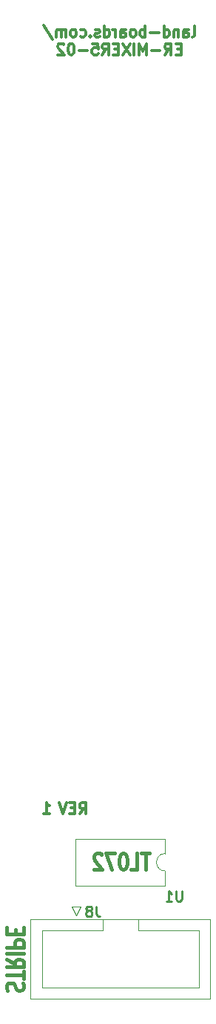
<source format=gbo>
%TF.GenerationSoftware,KiCad,Pcbnew,(7.0.0)*%
%TF.CreationDate,2023-02-22T07:55:50-05:00*%
%TF.ProjectId,ER-MIXER5-02,45522d4d-4958-4455-9235-2d30322e6b69,1*%
%TF.SameCoordinates,Original*%
%TF.FileFunction,Legend,Bot*%
%TF.FilePolarity,Positive*%
%FSLAX46Y46*%
G04 Gerber Fmt 4.6, Leading zero omitted, Abs format (unit mm)*
G04 Created by KiCad (PCBNEW (7.0.0)) date 2023-02-22 07:55:50*
%MOMM*%
%LPD*%
G01*
G04 APERTURE LIST*
%ADD10C,0.312500*%
%ADD11C,0.381000*%
%ADD12C,0.254000*%
%ADD13C,0.120000*%
G04 APERTURE END LIST*
D10*
X10434523Y-98959226D02*
X10851189Y-98363988D01*
X11148808Y-98959226D02*
X11148808Y-97709226D01*
X11148808Y-97709226D02*
X10672618Y-97709226D01*
X10672618Y-97709226D02*
X10553570Y-97768750D01*
X10553570Y-97768750D02*
X10494047Y-97828273D01*
X10494047Y-97828273D02*
X10434523Y-97947321D01*
X10434523Y-97947321D02*
X10434523Y-98125892D01*
X10434523Y-98125892D02*
X10494047Y-98244940D01*
X10494047Y-98244940D02*
X10553570Y-98304464D01*
X10553570Y-98304464D02*
X10672618Y-98363988D01*
X10672618Y-98363988D02*
X11148808Y-98363988D01*
X9898808Y-98304464D02*
X9482142Y-98304464D01*
X9303570Y-98959226D02*
X9898808Y-98959226D01*
X9898808Y-98959226D02*
X9898808Y-97709226D01*
X9898808Y-97709226D02*
X9303570Y-97709226D01*
X8946428Y-97709226D02*
X8529761Y-98959226D01*
X8529761Y-98959226D02*
X8113095Y-97709226D01*
X6291666Y-98959226D02*
X7005951Y-98959226D01*
X6648808Y-98959226D02*
X6648808Y-97709226D01*
X6648808Y-97709226D02*
X6767856Y-97887797D01*
X6767856Y-97887797D02*
X6886904Y-98006845D01*
X6886904Y-98006845D02*
X7005951Y-98066369D01*
D11*
X2184853Y-119089714D02*
X2094139Y-118872000D01*
X2094139Y-118872000D02*
X2094139Y-118509142D01*
X2094139Y-118509142D02*
X2184853Y-118364000D01*
X2184853Y-118364000D02*
X2275567Y-118291428D01*
X2275567Y-118291428D02*
X2456996Y-118218857D01*
X2456996Y-118218857D02*
X2638425Y-118218857D01*
X2638425Y-118218857D02*
X2819853Y-118291428D01*
X2819853Y-118291428D02*
X2910567Y-118364000D01*
X2910567Y-118364000D02*
X3001282Y-118509142D01*
X3001282Y-118509142D02*
X3091996Y-118799428D01*
X3091996Y-118799428D02*
X3182710Y-118944571D01*
X3182710Y-118944571D02*
X3273425Y-119017142D01*
X3273425Y-119017142D02*
X3454853Y-119089714D01*
X3454853Y-119089714D02*
X3636282Y-119089714D01*
X3636282Y-119089714D02*
X3817710Y-119017142D01*
X3817710Y-119017142D02*
X3908425Y-118944571D01*
X3908425Y-118944571D02*
X3999139Y-118799428D01*
X3999139Y-118799428D02*
X3999139Y-118436571D01*
X3999139Y-118436571D02*
X3908425Y-118218857D01*
X3999139Y-117783428D02*
X3999139Y-116912571D01*
X2094139Y-117347999D02*
X3999139Y-117347999D01*
X2094139Y-115533713D02*
X3001282Y-116041713D01*
X2094139Y-116404570D02*
X3999139Y-116404570D01*
X3999139Y-116404570D02*
X3999139Y-115823999D01*
X3999139Y-115823999D02*
X3908425Y-115678856D01*
X3908425Y-115678856D02*
X3817710Y-115606285D01*
X3817710Y-115606285D02*
X3636282Y-115533713D01*
X3636282Y-115533713D02*
X3364139Y-115533713D01*
X3364139Y-115533713D02*
X3182710Y-115606285D01*
X3182710Y-115606285D02*
X3091996Y-115678856D01*
X3091996Y-115678856D02*
X3001282Y-115823999D01*
X3001282Y-115823999D02*
X3001282Y-116404570D01*
X2094139Y-114880570D02*
X3999139Y-114880570D01*
X2094139Y-114154856D02*
X3999139Y-114154856D01*
X3999139Y-114154856D02*
X3999139Y-113574285D01*
X3999139Y-113574285D02*
X3908425Y-113429142D01*
X3908425Y-113429142D02*
X3817710Y-113356571D01*
X3817710Y-113356571D02*
X3636282Y-113283999D01*
X3636282Y-113283999D02*
X3364139Y-113283999D01*
X3364139Y-113283999D02*
X3182710Y-113356571D01*
X3182710Y-113356571D02*
X3091996Y-113429142D01*
X3091996Y-113429142D02*
X3001282Y-113574285D01*
X3001282Y-113574285D02*
X3001282Y-114154856D01*
X3091996Y-112630856D02*
X3091996Y-112122856D01*
X2094139Y-111905142D02*
X2094139Y-112630856D01*
X2094139Y-112630856D02*
X3999139Y-112630856D01*
X3999139Y-112630856D02*
X3999139Y-111905142D01*
X18396857Y-103442860D02*
X17526000Y-103442860D01*
X17961428Y-105347860D02*
X17961428Y-103442860D01*
X16292285Y-105347860D02*
X17017999Y-105347860D01*
X17017999Y-105347860D02*
X17017999Y-103442860D01*
X15494000Y-103442860D02*
X15348857Y-103442860D01*
X15348857Y-103442860D02*
X15203714Y-103533575D01*
X15203714Y-103533575D02*
X15131143Y-103624289D01*
X15131143Y-103624289D02*
X15058571Y-103805717D01*
X15058571Y-103805717D02*
X14986000Y-104168575D01*
X14986000Y-104168575D02*
X14986000Y-104622146D01*
X14986000Y-104622146D02*
X15058571Y-104985003D01*
X15058571Y-104985003D02*
X15131143Y-105166432D01*
X15131143Y-105166432D02*
X15203714Y-105257146D01*
X15203714Y-105257146D02*
X15348857Y-105347860D01*
X15348857Y-105347860D02*
X15494000Y-105347860D01*
X15494000Y-105347860D02*
X15639143Y-105257146D01*
X15639143Y-105257146D02*
X15711714Y-105166432D01*
X15711714Y-105166432D02*
X15784285Y-104985003D01*
X15784285Y-104985003D02*
X15856857Y-104622146D01*
X15856857Y-104622146D02*
X15856857Y-104168575D01*
X15856857Y-104168575D02*
X15784285Y-103805717D01*
X15784285Y-103805717D02*
X15711714Y-103624289D01*
X15711714Y-103624289D02*
X15639143Y-103533575D01*
X15639143Y-103533575D02*
X15494000Y-103442860D01*
X14477999Y-103442860D02*
X13461999Y-103442860D01*
X13461999Y-103442860D02*
X14115142Y-105347860D01*
X12953999Y-103624289D02*
X12881427Y-103533575D01*
X12881427Y-103533575D02*
X12736285Y-103442860D01*
X12736285Y-103442860D02*
X12373427Y-103442860D01*
X12373427Y-103442860D02*
X12228285Y-103533575D01*
X12228285Y-103533575D02*
X12155713Y-103624289D01*
X12155713Y-103624289D02*
X12083142Y-103805717D01*
X12083142Y-103805717D02*
X12083142Y-103987146D01*
X12083142Y-103987146D02*
X12155713Y-104259289D01*
X12155713Y-104259289D02*
X13026570Y-105347860D01*
X13026570Y-105347860D02*
X12083142Y-105347860D01*
D10*
X23363094Y-10446726D02*
X23482142Y-10387202D01*
X23482142Y-10387202D02*
X23541665Y-10268154D01*
X23541665Y-10268154D02*
X23541665Y-9196726D01*
X22351189Y-10446726D02*
X22351189Y-9791964D01*
X22351189Y-9791964D02*
X22410713Y-9672916D01*
X22410713Y-9672916D02*
X22529761Y-9613392D01*
X22529761Y-9613392D02*
X22767856Y-9613392D01*
X22767856Y-9613392D02*
X22886903Y-9672916D01*
X22351189Y-10387202D02*
X22470237Y-10446726D01*
X22470237Y-10446726D02*
X22767856Y-10446726D01*
X22767856Y-10446726D02*
X22886903Y-10387202D01*
X22886903Y-10387202D02*
X22946427Y-10268154D01*
X22946427Y-10268154D02*
X22946427Y-10149107D01*
X22946427Y-10149107D02*
X22886903Y-10030059D01*
X22886903Y-10030059D02*
X22767856Y-9970535D01*
X22767856Y-9970535D02*
X22470237Y-9970535D01*
X22470237Y-9970535D02*
X22351189Y-9911011D01*
X21755951Y-9613392D02*
X21755951Y-10446726D01*
X21755951Y-9732440D02*
X21696428Y-9672916D01*
X21696428Y-9672916D02*
X21577380Y-9613392D01*
X21577380Y-9613392D02*
X21398809Y-9613392D01*
X21398809Y-9613392D02*
X21279761Y-9672916D01*
X21279761Y-9672916D02*
X21220237Y-9791964D01*
X21220237Y-9791964D02*
X21220237Y-10446726D01*
X20089285Y-10446726D02*
X20089285Y-9196726D01*
X20089285Y-10387202D02*
X20208333Y-10446726D01*
X20208333Y-10446726D02*
X20446428Y-10446726D01*
X20446428Y-10446726D02*
X20565476Y-10387202D01*
X20565476Y-10387202D02*
X20624999Y-10327678D01*
X20624999Y-10327678D02*
X20684523Y-10208630D01*
X20684523Y-10208630D02*
X20684523Y-9851488D01*
X20684523Y-9851488D02*
X20624999Y-9732440D01*
X20624999Y-9732440D02*
X20565476Y-9672916D01*
X20565476Y-9672916D02*
X20446428Y-9613392D01*
X20446428Y-9613392D02*
X20208333Y-9613392D01*
X20208333Y-9613392D02*
X20089285Y-9672916D01*
X19494047Y-9970535D02*
X18541667Y-9970535D01*
X17946428Y-10446726D02*
X17946428Y-9196726D01*
X17946428Y-9672916D02*
X17827381Y-9613392D01*
X17827381Y-9613392D02*
X17589286Y-9613392D01*
X17589286Y-9613392D02*
X17470238Y-9672916D01*
X17470238Y-9672916D02*
X17410714Y-9732440D01*
X17410714Y-9732440D02*
X17351190Y-9851488D01*
X17351190Y-9851488D02*
X17351190Y-10208630D01*
X17351190Y-10208630D02*
X17410714Y-10327678D01*
X17410714Y-10327678D02*
X17470238Y-10387202D01*
X17470238Y-10387202D02*
X17589286Y-10446726D01*
X17589286Y-10446726D02*
X17827381Y-10446726D01*
X17827381Y-10446726D02*
X17946428Y-10387202D01*
X16636905Y-10446726D02*
X16755953Y-10387202D01*
X16755953Y-10387202D02*
X16815476Y-10327678D01*
X16815476Y-10327678D02*
X16875000Y-10208630D01*
X16875000Y-10208630D02*
X16875000Y-9851488D01*
X16875000Y-9851488D02*
X16815476Y-9732440D01*
X16815476Y-9732440D02*
X16755953Y-9672916D01*
X16755953Y-9672916D02*
X16636905Y-9613392D01*
X16636905Y-9613392D02*
X16458334Y-9613392D01*
X16458334Y-9613392D02*
X16339286Y-9672916D01*
X16339286Y-9672916D02*
X16279762Y-9732440D01*
X16279762Y-9732440D02*
X16220238Y-9851488D01*
X16220238Y-9851488D02*
X16220238Y-10208630D01*
X16220238Y-10208630D02*
X16279762Y-10327678D01*
X16279762Y-10327678D02*
X16339286Y-10387202D01*
X16339286Y-10387202D02*
X16458334Y-10446726D01*
X16458334Y-10446726D02*
X16636905Y-10446726D01*
X15148810Y-10446726D02*
X15148810Y-9791964D01*
X15148810Y-9791964D02*
X15208334Y-9672916D01*
X15208334Y-9672916D02*
X15327382Y-9613392D01*
X15327382Y-9613392D02*
X15565477Y-9613392D01*
X15565477Y-9613392D02*
X15684524Y-9672916D01*
X15148810Y-10387202D02*
X15267858Y-10446726D01*
X15267858Y-10446726D02*
X15565477Y-10446726D01*
X15565477Y-10446726D02*
X15684524Y-10387202D01*
X15684524Y-10387202D02*
X15744048Y-10268154D01*
X15744048Y-10268154D02*
X15744048Y-10149107D01*
X15744048Y-10149107D02*
X15684524Y-10030059D01*
X15684524Y-10030059D02*
X15565477Y-9970535D01*
X15565477Y-9970535D02*
X15267858Y-9970535D01*
X15267858Y-9970535D02*
X15148810Y-9911011D01*
X14553572Y-10446726D02*
X14553572Y-9613392D01*
X14553572Y-9851488D02*
X14494049Y-9732440D01*
X14494049Y-9732440D02*
X14434525Y-9672916D01*
X14434525Y-9672916D02*
X14315477Y-9613392D01*
X14315477Y-9613392D02*
X14196430Y-9613392D01*
X13244048Y-10446726D02*
X13244048Y-9196726D01*
X13244048Y-10387202D02*
X13363096Y-10446726D01*
X13363096Y-10446726D02*
X13601191Y-10446726D01*
X13601191Y-10446726D02*
X13720239Y-10387202D01*
X13720239Y-10387202D02*
X13779762Y-10327678D01*
X13779762Y-10327678D02*
X13839286Y-10208630D01*
X13839286Y-10208630D02*
X13839286Y-9851488D01*
X13839286Y-9851488D02*
X13779762Y-9732440D01*
X13779762Y-9732440D02*
X13720239Y-9672916D01*
X13720239Y-9672916D02*
X13601191Y-9613392D01*
X13601191Y-9613392D02*
X13363096Y-9613392D01*
X13363096Y-9613392D02*
X13244048Y-9672916D01*
X12708334Y-10387202D02*
X12589287Y-10446726D01*
X12589287Y-10446726D02*
X12351191Y-10446726D01*
X12351191Y-10446726D02*
X12232144Y-10387202D01*
X12232144Y-10387202D02*
X12172620Y-10268154D01*
X12172620Y-10268154D02*
X12172620Y-10208630D01*
X12172620Y-10208630D02*
X12232144Y-10089583D01*
X12232144Y-10089583D02*
X12351191Y-10030059D01*
X12351191Y-10030059D02*
X12529763Y-10030059D01*
X12529763Y-10030059D02*
X12648810Y-9970535D01*
X12648810Y-9970535D02*
X12708334Y-9851488D01*
X12708334Y-9851488D02*
X12708334Y-9791964D01*
X12708334Y-9791964D02*
X12648810Y-9672916D01*
X12648810Y-9672916D02*
X12529763Y-9613392D01*
X12529763Y-9613392D02*
X12351191Y-9613392D01*
X12351191Y-9613392D02*
X12232144Y-9672916D01*
X11636905Y-10327678D02*
X11577382Y-10387202D01*
X11577382Y-10387202D02*
X11636905Y-10446726D01*
X11636905Y-10446726D02*
X11696429Y-10387202D01*
X11696429Y-10387202D02*
X11636905Y-10327678D01*
X11636905Y-10327678D02*
X11636905Y-10446726D01*
X10505953Y-10387202D02*
X10625001Y-10446726D01*
X10625001Y-10446726D02*
X10863096Y-10446726D01*
X10863096Y-10446726D02*
X10982144Y-10387202D01*
X10982144Y-10387202D02*
X11041667Y-10327678D01*
X11041667Y-10327678D02*
X11101191Y-10208630D01*
X11101191Y-10208630D02*
X11101191Y-9851488D01*
X11101191Y-9851488D02*
X11041667Y-9732440D01*
X11041667Y-9732440D02*
X10982144Y-9672916D01*
X10982144Y-9672916D02*
X10863096Y-9613392D01*
X10863096Y-9613392D02*
X10625001Y-9613392D01*
X10625001Y-9613392D02*
X10505953Y-9672916D01*
X9791667Y-10446726D02*
X9910715Y-10387202D01*
X9910715Y-10387202D02*
X9970238Y-10327678D01*
X9970238Y-10327678D02*
X10029762Y-10208630D01*
X10029762Y-10208630D02*
X10029762Y-9851488D01*
X10029762Y-9851488D02*
X9970238Y-9732440D01*
X9970238Y-9732440D02*
X9910715Y-9672916D01*
X9910715Y-9672916D02*
X9791667Y-9613392D01*
X9791667Y-9613392D02*
X9613096Y-9613392D01*
X9613096Y-9613392D02*
X9494048Y-9672916D01*
X9494048Y-9672916D02*
X9434524Y-9732440D01*
X9434524Y-9732440D02*
X9375000Y-9851488D01*
X9375000Y-9851488D02*
X9375000Y-10208630D01*
X9375000Y-10208630D02*
X9434524Y-10327678D01*
X9434524Y-10327678D02*
X9494048Y-10387202D01*
X9494048Y-10387202D02*
X9613096Y-10446726D01*
X9613096Y-10446726D02*
X9791667Y-10446726D01*
X8839286Y-10446726D02*
X8839286Y-9613392D01*
X8839286Y-9732440D02*
X8779763Y-9672916D01*
X8779763Y-9672916D02*
X8660715Y-9613392D01*
X8660715Y-9613392D02*
X8482144Y-9613392D01*
X8482144Y-9613392D02*
X8363096Y-9672916D01*
X8363096Y-9672916D02*
X8303572Y-9791964D01*
X8303572Y-9791964D02*
X8303572Y-10446726D01*
X8303572Y-9791964D02*
X8244048Y-9672916D01*
X8244048Y-9672916D02*
X8125001Y-9613392D01*
X8125001Y-9613392D02*
X7946429Y-9613392D01*
X7946429Y-9613392D02*
X7827382Y-9672916D01*
X7827382Y-9672916D02*
X7767858Y-9791964D01*
X7767858Y-9791964D02*
X7767858Y-10446726D01*
X6279762Y-9137202D02*
X7351191Y-10744345D01*
X22023807Y-11816964D02*
X21607141Y-11816964D01*
X21428569Y-12471726D02*
X22023807Y-12471726D01*
X22023807Y-12471726D02*
X22023807Y-11221726D01*
X22023807Y-11221726D02*
X21428569Y-11221726D01*
X20178570Y-12471726D02*
X20595236Y-11876488D01*
X20892855Y-12471726D02*
X20892855Y-11221726D01*
X20892855Y-11221726D02*
X20416665Y-11221726D01*
X20416665Y-11221726D02*
X20297617Y-11281250D01*
X20297617Y-11281250D02*
X20238094Y-11340773D01*
X20238094Y-11340773D02*
X20178570Y-11459821D01*
X20178570Y-11459821D02*
X20178570Y-11638392D01*
X20178570Y-11638392D02*
X20238094Y-11757440D01*
X20238094Y-11757440D02*
X20297617Y-11816964D01*
X20297617Y-11816964D02*
X20416665Y-11876488D01*
X20416665Y-11876488D02*
X20892855Y-11876488D01*
X19642855Y-11995535D02*
X18690475Y-11995535D01*
X18095236Y-12471726D02*
X18095236Y-11221726D01*
X18095236Y-11221726D02*
X17678570Y-12114583D01*
X17678570Y-12114583D02*
X17261903Y-11221726D01*
X17261903Y-11221726D02*
X17261903Y-12471726D01*
X16666665Y-12471726D02*
X16666665Y-11221726D01*
X16190475Y-11221726D02*
X15357142Y-12471726D01*
X15357142Y-11221726D02*
X16190475Y-12471726D01*
X14880951Y-11816964D02*
X14464285Y-11816964D01*
X14285713Y-12471726D02*
X14880951Y-12471726D01*
X14880951Y-12471726D02*
X14880951Y-11221726D01*
X14880951Y-11221726D02*
X14285713Y-11221726D01*
X13035714Y-12471726D02*
X13452380Y-11876488D01*
X13749999Y-12471726D02*
X13749999Y-11221726D01*
X13749999Y-11221726D02*
X13273809Y-11221726D01*
X13273809Y-11221726D02*
X13154761Y-11281250D01*
X13154761Y-11281250D02*
X13095238Y-11340773D01*
X13095238Y-11340773D02*
X13035714Y-11459821D01*
X13035714Y-11459821D02*
X13035714Y-11638392D01*
X13035714Y-11638392D02*
X13095238Y-11757440D01*
X13095238Y-11757440D02*
X13154761Y-11816964D01*
X13154761Y-11816964D02*
X13273809Y-11876488D01*
X13273809Y-11876488D02*
X13749999Y-11876488D01*
X11904761Y-11221726D02*
X12499999Y-11221726D01*
X12499999Y-11221726D02*
X12559523Y-11816964D01*
X12559523Y-11816964D02*
X12499999Y-11757440D01*
X12499999Y-11757440D02*
X12380952Y-11697916D01*
X12380952Y-11697916D02*
X12083333Y-11697916D01*
X12083333Y-11697916D02*
X11964285Y-11757440D01*
X11964285Y-11757440D02*
X11904761Y-11816964D01*
X11904761Y-11816964D02*
X11845238Y-11936011D01*
X11845238Y-11936011D02*
X11845238Y-12233630D01*
X11845238Y-12233630D02*
X11904761Y-12352678D01*
X11904761Y-12352678D02*
X11964285Y-12412202D01*
X11964285Y-12412202D02*
X12083333Y-12471726D01*
X12083333Y-12471726D02*
X12380952Y-12471726D01*
X12380952Y-12471726D02*
X12499999Y-12412202D01*
X12499999Y-12412202D02*
X12559523Y-12352678D01*
X11309523Y-11995535D02*
X10357143Y-11995535D01*
X9523809Y-11221726D02*
X9404762Y-11221726D01*
X9404762Y-11221726D02*
X9285714Y-11281250D01*
X9285714Y-11281250D02*
X9226190Y-11340773D01*
X9226190Y-11340773D02*
X9166666Y-11459821D01*
X9166666Y-11459821D02*
X9107143Y-11697916D01*
X9107143Y-11697916D02*
X9107143Y-11995535D01*
X9107143Y-11995535D02*
X9166666Y-12233630D01*
X9166666Y-12233630D02*
X9226190Y-12352678D01*
X9226190Y-12352678D02*
X9285714Y-12412202D01*
X9285714Y-12412202D02*
X9404762Y-12471726D01*
X9404762Y-12471726D02*
X9523809Y-12471726D01*
X9523809Y-12471726D02*
X9642857Y-12412202D01*
X9642857Y-12412202D02*
X9702381Y-12352678D01*
X9702381Y-12352678D02*
X9761904Y-12233630D01*
X9761904Y-12233630D02*
X9821428Y-11995535D01*
X9821428Y-11995535D02*
X9821428Y-11697916D01*
X9821428Y-11697916D02*
X9761904Y-11459821D01*
X9761904Y-11459821D02*
X9702381Y-11340773D01*
X9702381Y-11340773D02*
X9642857Y-11281250D01*
X9642857Y-11281250D02*
X9523809Y-11221726D01*
X8630952Y-11340773D02*
X8571428Y-11281250D01*
X8571428Y-11281250D02*
X8452381Y-11221726D01*
X8452381Y-11221726D02*
X8154762Y-11221726D01*
X8154762Y-11221726D02*
X8035714Y-11281250D01*
X8035714Y-11281250D02*
X7976190Y-11340773D01*
X7976190Y-11340773D02*
X7916667Y-11459821D01*
X7916667Y-11459821D02*
X7916667Y-11578869D01*
X7916667Y-11578869D02*
X7976190Y-11757440D01*
X7976190Y-11757440D02*
X8690476Y-12471726D01*
X8690476Y-12471726D02*
X7916667Y-12471726D01*
D12*
%TO.C,J8*%
X12318999Y-109512916D02*
X12318999Y-110329345D01*
X12318999Y-110329345D02*
X12373428Y-110492630D01*
X12373428Y-110492630D02*
X12482285Y-110601487D01*
X12482285Y-110601487D02*
X12645571Y-110655916D01*
X12645571Y-110655916D02*
X12754428Y-110655916D01*
X11611428Y-110002773D02*
X11720285Y-109948345D01*
X11720285Y-109948345D02*
X11774714Y-109893916D01*
X11774714Y-109893916D02*
X11829142Y-109785059D01*
X11829142Y-109785059D02*
X11829142Y-109730630D01*
X11829142Y-109730630D02*
X11774714Y-109621773D01*
X11774714Y-109621773D02*
X11720285Y-109567345D01*
X11720285Y-109567345D02*
X11611428Y-109512916D01*
X11611428Y-109512916D02*
X11393714Y-109512916D01*
X11393714Y-109512916D02*
X11284857Y-109567345D01*
X11284857Y-109567345D02*
X11230428Y-109621773D01*
X11230428Y-109621773D02*
X11175999Y-109730630D01*
X11175999Y-109730630D02*
X11175999Y-109785059D01*
X11175999Y-109785059D02*
X11230428Y-109893916D01*
X11230428Y-109893916D02*
X11284857Y-109948345D01*
X11284857Y-109948345D02*
X11393714Y-110002773D01*
X11393714Y-110002773D02*
X11611428Y-110002773D01*
X11611428Y-110002773D02*
X11720285Y-110057202D01*
X11720285Y-110057202D02*
X11774714Y-110111630D01*
X11774714Y-110111630D02*
X11829142Y-110220487D01*
X11829142Y-110220487D02*
X11829142Y-110438202D01*
X11829142Y-110438202D02*
X11774714Y-110547059D01*
X11774714Y-110547059D02*
X11720285Y-110601487D01*
X11720285Y-110601487D02*
X11611428Y-110655916D01*
X11611428Y-110655916D02*
X11393714Y-110655916D01*
X11393714Y-110655916D02*
X11284857Y-110601487D01*
X11284857Y-110601487D02*
X11230428Y-110547059D01*
X11230428Y-110547059D02*
X11175999Y-110438202D01*
X11175999Y-110438202D02*
X11175999Y-110220487D01*
X11175999Y-110220487D02*
X11230428Y-110111630D01*
X11230428Y-110111630D02*
X11284857Y-110057202D01*
X11284857Y-110057202D02*
X11393714Y-110002773D01*
%TO.C,U1*%
X22120857Y-107776916D02*
X22120857Y-108702202D01*
X22120857Y-108702202D02*
X22066428Y-108811059D01*
X22066428Y-108811059D02*
X22012000Y-108865487D01*
X22012000Y-108865487D02*
X21903142Y-108919916D01*
X21903142Y-108919916D02*
X21685428Y-108919916D01*
X21685428Y-108919916D02*
X21576571Y-108865487D01*
X21576571Y-108865487D02*
X21522142Y-108811059D01*
X21522142Y-108811059D02*
X21467714Y-108702202D01*
X21467714Y-108702202D02*
X21467714Y-107776916D01*
X20324713Y-108919916D02*
X20977856Y-108919916D01*
X20651285Y-108919916D02*
X20651285Y-107776916D01*
X20651285Y-107776916D02*
X20760142Y-107940202D01*
X20760142Y-107940202D02*
X20868999Y-108049059D01*
X20868999Y-108049059D02*
X20977856Y-108103487D01*
D13*
%TO.C,J8*%
X10520000Y-109567500D02*
X10020000Y-110567500D01*
X9520000Y-109567500D02*
X10520000Y-109567500D01*
X10020000Y-110567500D02*
X9520000Y-109567500D01*
X25390000Y-110957500D02*
X4810000Y-110957500D01*
X13050000Y-110957500D02*
X13050000Y-112267500D01*
X4810000Y-110957500D02*
X4810000Y-120077500D01*
X24090000Y-112267500D02*
X17150000Y-112267500D01*
X17150000Y-112267500D02*
X17150000Y-110957500D01*
X17150000Y-112267500D02*
X17150000Y-112267500D01*
X13050000Y-112267500D02*
X6110000Y-112267500D01*
X6110000Y-112267500D02*
X6110000Y-118767500D01*
X24090000Y-118767500D02*
X24090000Y-112267500D01*
X6110000Y-118767500D02*
X24090000Y-118767500D01*
X25390000Y-120077500D02*
X25390000Y-110957500D01*
X4810000Y-120077500D02*
X25390000Y-120077500D01*
%TO.C,U1*%
X9950000Y-107140012D02*
X9950000Y-101840012D01*
X20230000Y-107140012D02*
X9950000Y-107140012D01*
X20230000Y-105490012D02*
X20230000Y-107140012D01*
X9950000Y-101840012D02*
X20230000Y-101840012D01*
X20230000Y-101840012D02*
X20230000Y-103490012D01*
X20230000Y-103490012D02*
G75*
G03*
X20230000Y-105490012I0J-1000000D01*
G01*
%TD*%
M02*

</source>
